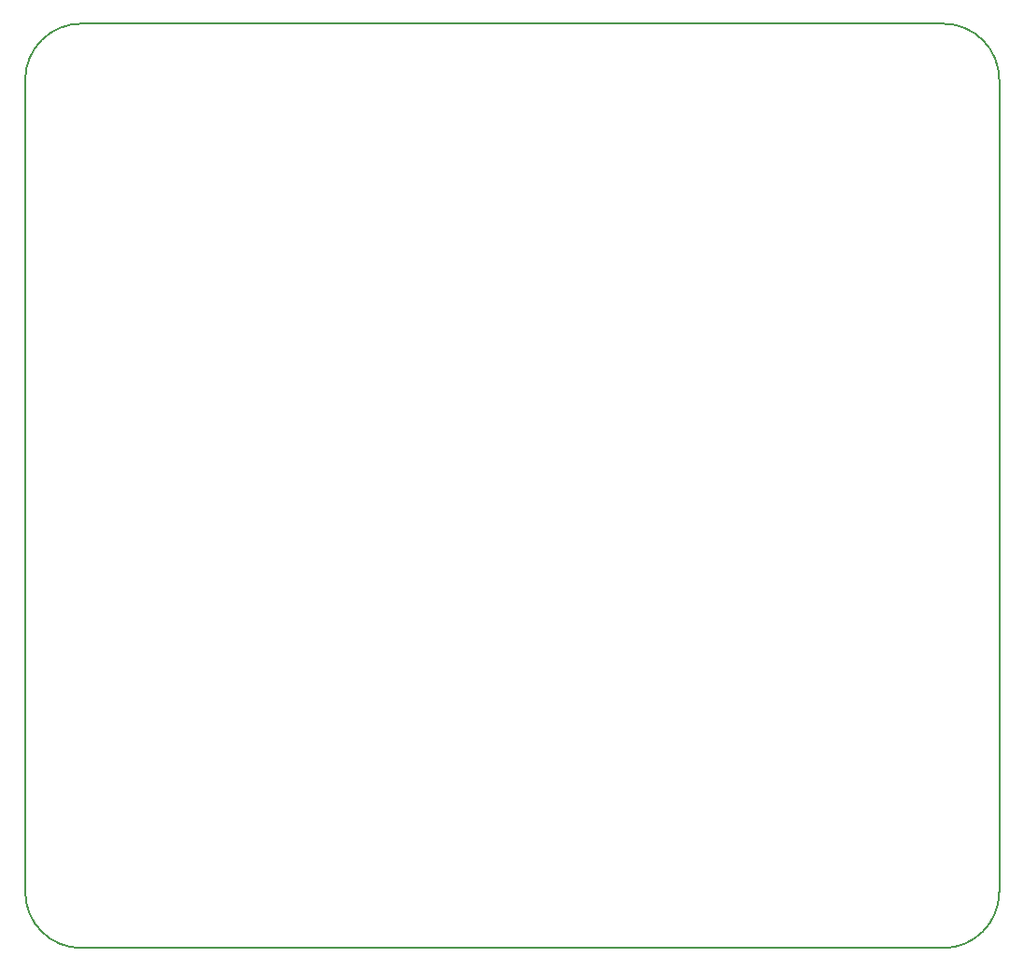
<source format=gbr>
G04 #@! TF.FileFunction,Profile,NP*
%FSLAX46Y46*%
G04 Gerber Fmt 4.6, Leading zero omitted, Abs format (unit mm)*
G04 Created by KiCad (PCBNEW 4.0.6) date 01/29/18 22:02:39*
%MOMM*%
%LPD*%
G01*
G04 APERTURE LIST*
%ADD10C,0.100000*%
%ADD11C,0.150000*%
G04 APERTURE END LIST*
D10*
D11*
X62230000Y-62230000D02*
G75*
G03X57150000Y-67310000I0J-5080000D01*
G01*
X145415000Y-67310000D02*
G75*
G03X140335000Y-62230000I-5080000J0D01*
G01*
X140335000Y-146050000D02*
G75*
G03X145415000Y-140970000I0J5080000D01*
G01*
X57150000Y-140970000D02*
G75*
G03X62230000Y-146050000I5080000J0D01*
G01*
X57150000Y-67310000D02*
X57150000Y-140970000D01*
X140335000Y-62230000D02*
X62230000Y-62230000D01*
X145415000Y-140970000D02*
X145415000Y-67310000D01*
X62230000Y-146050000D02*
X140335000Y-146050000D01*
M02*

</source>
